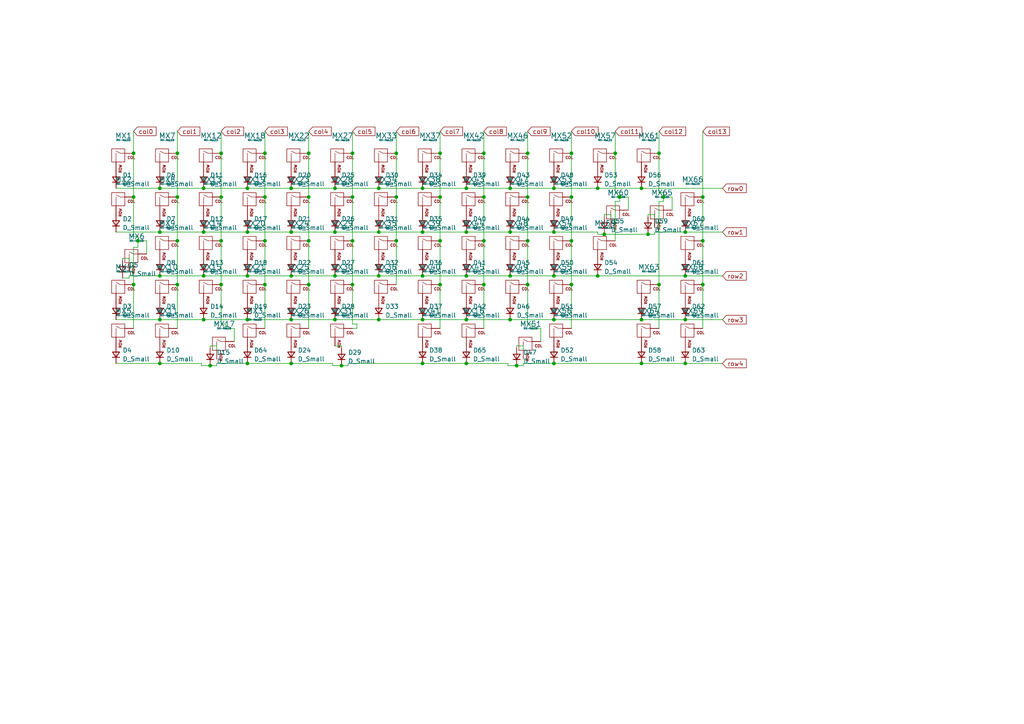
<source format=kicad_sch>
(kicad_sch (version 20230221) (generator eeschema)
  (paper "A4")
  (junction (at 147.955 67.31))
  (junction (at 84.455 92.71))
  (junction (at 122.555 92.71))
  (junction (at 60.96 106.045))
  (junction (at 71.755 92.71))
  (junction (at 59.055 67.31))
  (junction (at 153.035 69.85))
  (junction (at 122.555 80.01))
  (junction (at 51.435 57.15))
  (junction (at 46.355 80.01))
  (junction (at 109.855 67.31))
  (junction (at 114.935 57.15))
  (junction (at 59.055 54.61))
  (junction (at 51.435 44.45))
  (junction (at 198.755 105.41))
  (junction (at 198.755 92.71))
  (junction (at 76.835 82.55))
  (junction (at 102.235 57.15))
  (junction (at 186.055 105.41))
  (junction (at 71.755 105.41))
  (junction (at 203.835 82.55))
  (junction (at 187.96 67.945))
  (junction (at 84.455 67.31))
  (junction (at 46.355 92.71))
  (junction (at 147.955 92.71))
  (junction (at 140.335 82.55))
  (junction (at 135.255 80.01))
  (junction (at 186.055 92.71))
  (junction (at 84.455 105.41))
  (junction (at 84.455 54.61))
  (junction (at 40.005 69.85))
  (junction (at 46.355 105.41))
  (junction (at 89.535 57.15))
  (junction (at 147.955 54.61))
  (junction (at 178.435 44.45))
  (junction (at 38.735 82.55))
  (junction (at 38.735 44.45))
  (junction (at 51.435 69.85))
  (junction (at 109.855 80.01))
  (junction (at 153.035 44.45))
  (junction (at 153.035 82.55))
  (junction (at 175.26 67.945))
  (junction (at 165.735 57.15))
  (junction (at 198.755 67.31))
  (junction (at 165.735 69.85))
  (junction (at 64.135 44.45))
  (junction (at 191.135 44.45))
  (junction (at 127.635 44.45))
  (junction (at 186.055 54.61))
  (junction (at 203.835 69.85))
  (junction (at 122.555 105.41))
  (junction (at 114.935 69.85))
  (junction (at 203.835 57.15))
  (junction (at 76.835 44.45))
  (junction (at 102.235 44.45))
  (junction (at 160.655 105.41))
  (junction (at 173.355 80.01))
  (junction (at 153.035 57.15))
  (junction (at 198.755 80.01))
  (junction (at 160.655 92.71))
  (junction (at 122.555 67.31))
  (junction (at 109.855 92.71))
  (junction (at 135.255 92.71))
  (junction (at 173.355 54.61))
  (junction (at 135.255 67.31))
  (junction (at 165.735 44.45))
  (junction (at 64.135 57.15))
  (junction (at 84.455 80.01))
  (junction (at 89.535 44.45))
  (junction (at 140.335 57.15))
  (junction (at 51.435 82.55))
  (junction (at 192.405 57.15))
  (junction (at 64.135 69.85))
  (junction (at 149.86 106.045))
  (junction (at 127.635 57.15))
  (junction (at 59.055 80.01))
  (junction (at 191.135 82.55))
  (junction (at 179.705 57.15))
  (junction (at 76.835 69.85))
  (junction (at 140.335 44.45))
  (junction (at 97.155 54.61))
  (junction (at 71.755 54.61))
  (junction (at 165.735 82.55))
  (junction (at 102.235 82.55))
  (junction (at 160.655 67.31))
  (junction (at 140.335 69.85))
  (junction (at 147.955 80.01))
  (junction (at 38.735 57.15))
  (junction (at 89.535 69.85))
  (junction (at 64.135 82.55))
  (junction (at 97.155 67.31))
  (junction (at 97.155 80.01))
  (junction (at 114.935 44.45))
  (junction (at 135.255 54.61))
  (junction (at 127.635 69.85))
  (junction (at 127.635 82.55))
  (junction (at 59.055 92.71))
  (junction (at 46.355 54.61))
  (junction (at 122.555 54.61))
  (junction (at 89.535 82.55))
  (junction (at 102.235 69.85))
  (junction (at 76.835 57.15))
  (junction (at 99.06 106.045))
  (junction (at 46.355 67.31))
  (junction (at 71.755 67.31))
  (junction (at 135.255 105.41))
  (junction (at 109.855 54.61))
  (junction (at 97.155 92.71))
  (junction (at 160.655 80.01))
  (junction (at 160.655 54.61))
  (junction (at 71.755 80.01))
  (wire (pts (xy 175.26 67.945) (xy 187.96 67.945)))
  (wire (pts (xy 147.32 105.41) (xy 135.255 105.41)))
  (wire (pts (xy 40.005 69.85) (xy 40.005 68.58)))
  (wire (pts (xy 160.655 105.41) (xy 151.765 105.41)))
  (wire (pts (xy 38.735 82.55) (xy 38.735 95.25)))
  (wire (pts (xy 149.86 100.33) (xy 149.86 100.965)))
  (wire (pts (xy 189.865 66.04) (xy 189.865 62.23)))
  (wire (pts (xy 192.405 57.15) (xy 192.405 55.88)))
  (wire (pts (xy 64.135 93.98) (xy 64.135 82.55)))
  (wire (pts (xy 84.455 80.01) (xy 97.155 80.01)))
  (wire (pts (xy 97.155 54.61) (xy 109.855 54.61)))
  (wire (pts (xy 135.255 67.31) (xy 147.955 67.31)))
  (wire (pts (xy 46.355 80.01) (xy 37.465 80.01)))
  (wire (pts (xy 71.755 92.71) (xy 84.455 92.71)))
  (wire (pts (xy 76.835 82.55) (xy 76.835 95.25)))
  (wire (pts (xy 165.735 38.1) (xy 165.735 44.45)))
  (wire (pts (xy 97.155 92.71) (xy 109.855 92.71)))
  (wire (pts (xy 38.735 44.45) (xy 38.735 57.15)))
  (wire (pts (xy 109.855 80.01) (xy 122.555 80.01)))
  (wire (pts (xy 165.735 57.15) (xy 165.735 69.85)))
  (wire (pts (xy 96.52 106.045) (xy 96.52 105.41)))
  (wire (pts (xy 51.435 38.1) (xy 51.435 44.45)))
  (wire (pts (xy 127.635 44.45) (xy 127.635 57.15)))
  (wire (pts (xy 62.865 106.045) (xy 60.96 106.045)))
  (wire (pts (xy 191.135 38.1) (xy 191.135 44.45)))
  (wire (pts (xy 178.435 58.42) (xy 178.435 69.85)))
  (wire (pts (xy 62.865 104.14) (xy 62.865 100.33)))
  (wire (pts (xy 51.435 44.45) (xy 51.435 57.15)))
  (wire (pts (xy 153.035 44.45) (xy 153.035 57.15)))
  (wire (pts (xy 97.155 80.01) (xy 109.855 80.01)))
  (wire (pts (xy 151.765 104.14) (xy 151.765 100.33)))
  (wire (pts (xy 135.255 54.61) (xy 147.955 54.61)))
  (wire (pts (xy 100.965 105.41) (xy 100.965 106.045)))
  (wire (pts (xy 192.405 58.42) (xy 192.405 57.15)))
  (wire (pts (xy 37.465 80.645) (xy 35.56 80.645)))
  (wire (pts (xy 140.335 69.85) (xy 140.335 82.55)))
  (wire (pts (xy 191.135 44.45) (xy 191.135 55.88)))
  (wire (pts (xy 33.655 67.31) (xy 46.355 67.31)))
  (wire (pts (xy 114.935 44.45) (xy 114.935 57.15)))
  (wire (pts (xy 182.245 57.15) (xy 179.705 57.15)))
  (wire (pts (xy 192.405 55.88) (xy 191.135 55.88)))
  (wire (pts (xy 189.865 67.31) (xy 189.865 67.945)))
  (wire (pts (xy 203.835 69.85) (xy 203.835 82.55)))
  (wire (pts (xy 76.835 57.15) (xy 76.835 69.85)))
  (wire (pts (xy 122.555 92.71) (xy 135.255 92.71)))
  (wire (pts (xy 127.635 82.55) (xy 127.635 95.25)))
  (wire (pts (xy 33.655 92.71) (xy 46.355 92.71)))
  (wire (pts (xy 147.955 54.61) (xy 160.655 54.61)))
  (wire (pts (xy 191.135 82.55) (xy 191.135 58.42)))
  (wire (pts (xy 71.755 80.01) (xy 84.455 80.01)))
  (wire (pts (xy 147.955 67.31) (xy 160.655 67.31)))
  (wire (pts (xy 58.42 105.41) (xy 46.355 105.41)))
  (wire (pts (xy 109.855 67.31) (xy 122.555 67.31)))
  (wire (pts (xy 71.755 54.61) (xy 84.455 54.61)))
  (wire (pts (xy 140.335 57.15) (xy 140.335 69.85)))
  (wire (pts (xy 122.555 105.41) (xy 100.965 105.41)))
  (wire (pts (xy 156.845 95.25) (xy 154.305 95.25)))
  (wire (pts (xy 89.535 44.45) (xy 89.535 57.15)))
  (wire (pts (xy 38.735 38.1) (xy 38.735 44.45)))
  (wire (pts (xy 46.355 67.31) (xy 59.055 67.31)))
  (wire (pts (xy 65.405 93.98) (xy 64.135 93.98)))
  (wire (pts (xy 59.055 67.31) (xy 71.755 67.31)))
  (wire (pts (xy 140.335 38.1) (xy 140.335 44.45)))
  (wire (pts (xy 186.055 105.41) (xy 198.755 105.41)))
  (wire (pts (xy 151.765 105.41) (xy 151.765 106.045)))
  (wire (pts (xy 178.435 44.45) (xy 178.435 55.88)))
  (wire (pts (xy 59.055 92.71) (xy 71.755 92.71)))
  (wire (pts (xy 147.32 106.045) (xy 147.32 105.41)))
  (wire (pts (xy 189.865 62.23) (xy 187.96 62.23)))
  (wire (pts (xy 40.005 68.58) (xy 38.735 68.58)))
  (wire (pts (xy 51.435 69.85) (xy 51.435 82.55)))
  (wire (pts (xy 179.705 55.88) (xy 179.705 57.15)))
  (wire (pts (xy 71.755 105.41) (xy 62.865 105.41)))
  (wire (pts (xy 51.435 82.55) (xy 51.435 95.25)))
  (wire (pts (xy 154.305 93.98) (xy 154.305 95.25)))
  (wire (pts (xy 178.435 38.1) (xy 178.435 44.45)))
  (wire (pts (xy 135.255 80.01) (xy 147.955 80.01)))
  (wire (pts (xy 42.545 69.85) (xy 40.005 69.85)))
  (wire (pts (xy 35.56 74.93) (xy 35.56 75.565)))
  (wire (pts (xy 149.86 100.33) (xy 151.765 100.33)))
  (wire (pts (xy 114.935 69.85) (xy 114.935 82.55)))
  (wire (pts (xy 40.005 71.755) (xy 40.005 69.85)))
  (wire (pts (xy 114.935 38.1) (xy 114.935 44.45)))
  (wire (pts (xy 173.355 80.01) (xy 198.755 80.01)))
  (wire (pts (xy 60.96 100.33) (xy 60.96 100.965)))
  (wire (pts (xy 160.655 92.71) (xy 186.055 92.71)))
  (wire (pts (xy 177.165 66.04) (xy 177.165 62.23)))
  (wire (pts (xy 198.755 105.41) (xy 209.55 105.41)))
  (wire (pts (xy 109.855 54.61) (xy 122.555 54.61)))
  (wire (pts (xy 97.155 67.31) (xy 109.855 67.31)))
  (wire (pts (xy 165.735 69.85) (xy 165.735 82.55)))
  (wire (pts (xy 42.545 73.66) (xy 42.545 69.85)))
  (wire (pts (xy 37.465 78.74) (xy 37.465 74.93)))
  (wire (pts (xy 153.035 38.1) (xy 153.035 44.45)))
  (wire (pts (xy 192.405 57.15) (xy 194.945 57.15)))
  (wire (pts (xy 179.705 58.42) (xy 178.435 58.42)))
  (wire (pts (xy 76.835 38.1) (xy 76.835 44.45)))
  (wire (pts (xy 122.555 80.01) (xy 135.255 80.01)))
  (wire (pts (xy 96.52 105.41) (xy 84.455 105.41)))
  (wire (pts (xy 102.235 93.98) (xy 102.235 82.55)))
  (wire (pts (xy 165.735 82.55) (xy 165.735 95.25)))
  (wire (pts (xy 64.135 44.45) (xy 64.135 57.15)))
  (wire (pts (xy 46.355 105.41) (xy 33.655 105.41)))
  (wire (pts (xy 67.945 95.25) (xy 65.405 95.25)))
  (wire (pts (xy 60.96 106.045) (xy 58.42 106.045)))
  (wire (pts (xy 103.505 95.25) (xy 102.235 95.25)))
  (wire (pts (xy 103.505 93.98) (xy 102.235 93.98)))
  (wire (pts (xy 186.055 54.61) (xy 209.55 54.61)))
  (wire (pts (xy 175.26 67.945) (xy 173.355 67.945)))
  (wire (pts (xy 140.335 82.55) (xy 140.335 95.25)))
  (wire (pts (xy 76.835 44.45) (xy 76.835 57.15)))
  (wire (pts (xy 179.705 57.15) (xy 179.705 58.42)))
  (wire (pts (xy 46.355 92.71) (xy 59.055 92.71)))
  (wire (pts (xy 165.735 44.45) (xy 165.735 57.15)))
  (wire (pts (xy 203.835 38.1) (xy 203.835 57.15)))
  (wire (pts (xy 38.735 71.755) (xy 40.005 71.755)))
  (wire (pts (xy 64.135 38.1) (xy 64.135 44.45)))
  (wire (pts (xy 37.465 74.93) (xy 35.56 74.93)))
  (wire (pts (xy 156.845 99.06) (xy 156.845 95.25)))
  (wire (pts (xy 89.535 57.15) (xy 89.535 69.85)))
  (wire (pts (xy 127.635 38.1) (xy 127.635 44.45)))
  (wire (pts (xy 89.535 38.1) (xy 89.535 44.45)))
  (wire (pts (xy 38.735 68.58) (xy 38.735 57.15)))
  (wire (pts (xy 51.435 57.15) (xy 51.435 69.85)))
  (wire (pts (xy 127.635 69.85) (xy 127.635 82.55)))
  (wire (pts (xy 59.055 80.01) (xy 71.755 80.01)))
  (wire (pts (xy 135.255 105.41) (xy 122.555 105.41)))
  (wire (pts (xy 140.335 44.45) (xy 140.335 57.15)))
  (wire (pts (xy 114.935 57.15) (xy 114.935 69.85)))
  (wire (pts (xy 76.835 69.85) (xy 76.835 82.55)))
  (wire (pts (xy 198.755 67.31) (xy 189.865 67.31)))
  (wire (pts (xy 160.655 67.31) (xy 173.355 67.31)))
  (wire (pts (xy 189.865 67.945) (xy 187.96 67.945)))
  (wire (pts (xy 89.535 69.85) (xy 89.535 82.55)))
  (wire (pts (xy 84.455 92.71) (xy 97.155 92.71)))
  (wire (pts (xy 102.235 38.1) (xy 102.235 44.45)))
  (wire (pts (xy 100.965 106.045) (xy 99.06 106.045)))
  (wire (pts (xy 102.235 69.85) (xy 102.235 82.55)))
  (wire (pts (xy 102.235 57.15) (xy 102.235 69.85)))
  (wire (pts (xy 102.235 44.45) (xy 102.235 57.15)))
  (wire (pts (xy 173.355 54.61) (xy 186.055 54.61)))
  (wire (pts (xy 38.735 82.55) (xy 38.735 71.755)))
  (wire (pts (xy 149.86 106.045) (xy 147.32 106.045)))
  (wire (pts (xy 187.96 62.23) (xy 187.96 62.865)))
  (wire (pts (xy 182.245 60.96) (xy 182.245 57.15)))
  (wire (pts (xy 160.655 54.61) (xy 173.355 54.61)))
  (wire (pts (xy 160.655 80.01) (xy 173.355 80.01)))
  (wire (pts (xy 64.135 69.85) (xy 64.135 82.55)))
  (wire (pts (xy 64.135 57.15) (xy 64.135 69.85)))
  (wire (pts (xy 109.855 92.71) (xy 122.555 92.71)))
  (wire (pts (xy 191.135 58.42) (xy 192.405 58.42)))
  (wire (pts (xy 59.055 54.61) (xy 71.755 54.61)))
  (wire (pts (xy 65.405 95.25) (xy 65.405 93.98)))
  (wire (pts (xy 147.955 92.71) (xy 160.655 92.71)))
  (wire (pts (xy 84.455 105.41) (xy 71.755 105.41)))
  (wire (pts (xy 99.06 100.33) (xy 97.155 100.33)))
  (wire (pts (xy 194.945 60.96) (xy 194.945 57.15)))
  (wire (pts (xy 37.465 80.01) (xy 37.465 80.645)))
  (wire (pts (xy 153.035 82.55) (xy 153.035 93.98)))
  (wire (pts (xy 203.835 57.15) (xy 203.835 69.85)))
  (wire (pts (xy 71.755 67.31) (xy 84.455 67.31)))
  (wire (pts (xy 151.765 106.045) (xy 149.86 106.045)))
  (wire (pts (xy 198.755 67.31) (xy 209.55 67.31)))
  (wire (pts (xy 122.555 54.61) (xy 135.255 54.61)))
  (wire (pts (xy 122.555 67.31) (xy 135.255 67.31)))
  (wire (pts (xy 89.535 82.55) (xy 89.535 95.25)))
  (wire (pts (xy 173.355 67.945) (xy 173.355 67.31)))
  (wire (pts (xy 103.505 95.25) (xy 103.505 93.98)))
  (wire (pts (xy 186.055 92.71) (xy 198.755 92.71)))
  (wire (pts (xy 175.26 62.23) (xy 175.26 62.865)))
  (wire (pts (xy 58.42 106.045) (xy 58.42 105.41)))
  (wire (pts (xy 198.755 92.71) (xy 209.55 92.71)))
  (wire (pts (xy 67.945 99.06) (xy 67.945 95.25)))
  (wire (pts (xy 84.455 67.31) (xy 97.155 67.31)))
  (wire (pts (xy 153.035 69.85) (xy 153.035 82.55)))
  (wire (pts (xy 178.435 55.88) (xy 179.705 55.88)))
  (wire (pts (xy 33.655 54.61) (xy 46.355 54.61)))
  (wire (pts (xy 203.835 82.55) (xy 203.835 95.25)))
  (wire (pts (xy 147.955 80.01) (xy 160.655 80.01)))
  (wire (pts (xy 62.865 100.33) (xy 60.96 100.33)))
  (wire (pts (xy 99.06 106.045) (xy 96.52 106.045)))
  (wire (pts (xy 84.455 54.61) (xy 97.155 54.61)))
  (wire (pts (xy 198.755 80.01) (xy 209.55 80.01)))
  (wire (pts (xy 127.635 57.15) (xy 127.635 69.85)))
  (wire (pts (xy 160.655 105.41) (xy 186.055 105.41)))
  (wire (pts (xy 62.865 105.41) (xy 62.865 106.045)))
  (wire (pts (xy 46.355 54.61) (xy 59.055 54.61)))
  (wire (pts (xy 153.035 93.98) (xy 154.305 93.98)))
  (wire (pts (xy 135.255 92.71) (xy 147.955 92.71)))
  (wire (pts (xy 46.355 80.01) (xy 59.055 80.01)))
  (wire (pts (xy 191.135 82.55) (xy 191.135 95.25)))
  (wire (pts (xy 99.06 100.33) (xy 99.06 100.965)))
  (wire (pts (xy 177.165 62.23) (xy 175.26 62.23)))
  (wire (pts (xy 153.035 57.15) (xy 153.035 69.85)))
  (global_label "col11" (shape input) (at 178.435 38.1 0) (property "Intersheetrefs" "${INTERSHEET_REFS}" (effects hide)))
  (global_label "col8" (shape input) (at 140.335 38.1 0) (property "Intersheetrefs" "${INTERSHEET_REFS}" (effects hide)))
  (global_label "col10" (shape input) (at 165.735 38.1 0) (property "Intersheetrefs" "${INTERSHEET_REFS}" (effects hide)))
  (global_label "col1" (shape input) (at 51.435 38.1 0) (property "Intersheetrefs" "${INTERSHEET_REFS}" (effects hide)))
  (global_label "col7" (shape input) (at 127.635 38.1 0) (property "Intersheetrefs" "${INTERSHEET_REFS}" (effects hide)))
  (global_label "col13" (shape input) (at 203.835 38.1 0) (property "Intersheetrefs" "${INTERSHEET_REFS}" (effects hide)))
  (global_label "row2" (shape input) (at 209.55 80.01 0) (property "Intersheetrefs" "${INTERSHEET_REFS}" (effects hide)))
  (global_label "col6" (shape input) (at 114.935 38.1 0) (property "Intersheetrefs" "${INTERSHEET_REFS}" (effects hide)))
  (global_label "col5" (shape input) (at 102.235 38.1 0) (property "Intersheetrefs" "${INTERSHEET_REFS}" (effects hide)))
  (global_label "row4" (shape input) (at 209.55 105.41 0) (property "Intersheetrefs" "${INTERSHEET_REFS}" (effects hide)))
  (global_label "col9" (shape input) (at 153.035 38.1 0) (property "Intersheetrefs" "${INTERSHEET_REFS}" (effects hide)))
  (global_label "col12" (shape input) (at 191.135 38.1 0) (property "Intersheetrefs" "${INTERSHEET_REFS}" (effects hide)))
  (global_label "col4" (shape input) (at 89.535 38.1 0) (property "Intersheetrefs" "${INTERSHEET_REFS}" (effects hide)))
  (global_label "row0" (shape input) (at 209.55 54.61 0) (property "Intersheetrefs" "${INTERSHEET_REFS}" (effects hide)))
  (global_label "col3" (shape input) (at 76.835 38.1 0) (property "Intersheetrefs" "${INTERSHEET_REFS}" (effects hide)))
  (global_label "col0" (shape input) (at 38.735 38.1 0) (property "Intersheetrefs" "${INTERSHEET_REFS}" (effects hide)))
  (global_label "row1" (shape input) (at 209.55 67.31 0) (property "Intersheetrefs" "${INTERSHEET_REFS}" (effects hide)))
  (global_label "row3" (shape input) (at 209.55 92.71 0) (property "Intersheetrefs" "${INTERSHEET_REFS}" (effects hide)))
  (global_label "col2" (shape input) (at 64.135 38.1 0) (property "Intersheetrefs" "${INTERSHEET_REFS}" (effects hide)))
  (symbol (lib_id "cipulot_parts:MX-NoLED") (at 98.425 45.72 0) (unit 1)
    (property "Reference" "MX27" (at 99.3106 39.37 0) (effects (font (size 1.524 1.524))))
    (property "Value" "MX-NoLED" (at 99.3106 40.64 0) (effects (font (size 0.508 0.508))))
    (property "Footprint" "marbastlib-mx:SW_MX_HS_1u" (effects hide))
  )
  (symbol (lib_id "cipulot_parts:MX-NoLED") (at 149.225 83.82 0) (unit 1)
    (property "Reference" "MX49" (at 150.1106 77.47 0) (effects (font (size 1.524 1.524))))
    (property "Value" "MX-NoLED" (at 150.1106 78.74 0) (effects (font (size 0.508 0.508))))
    (property "Footprint" "marbastlib-mx:SW_MX_HS_1u" (effects hide))
  )
  (symbol (lib_id "Device:D_Small") (at 97.155 52.07 90) (unit 1)
    (property "Reference" "D25" (at 99.06 50.7999 90) (effects (justify right)))
    (property "Value" "D_Small" (at 99.06 53.3399 90) (effects (justify right)))
    (property "Footprint" "Diode_SMD:D_SOD-123" (effects hide))
  )
  (symbol (lib_id "Device:D_Small") (at 33.655 64.77 90) (unit 1)
    (property "Reference" "D2" (at 35.56 63.4999 90) (effects (justify right)))
    (property "Value" "D_Small" (at 35.56 66.0399 90) (effects (justify right)))
    (property "Footprint" "Diode_SMD:D_SOD-123" (effects hide))
  )
  (symbol (lib_id "cipulot_parts:MX-NoLED") (at 85.725 45.72 0) (unit 1)
    (property "Reference" "MX22" (at 86.6106 39.37 0) (effects (font (size 1.524 1.524))))
    (property "Value" "MX-NoLED" (at 86.6106 40.64 0) (effects (font (size 0.508 0.508))))
    (property "Footprint" "marbastlib-mx:SW_MX_HS_1u" (effects hide))
  )
  (symbol (lib_id "Device:D_Small") (at 147.955 77.47 90) (unit 1)
    (property "Reference" "D45" (at 149.86 76.1999 90) (effects (justify right)))
    (property "Value" "D_Small" (at 149.86 78.7399 90) (effects (justify right)))
    (property "Footprint" "Diode_SMD:D_SOD-123" (effects hide))
  )
  (symbol (lib_id "cipulot_parts:MX-NoLED") (at 161.925 96.52 0) (unit 1)
    (property "Reference" "MX56" (at 162.8106 90.17 0) (effects (font (size 1.524 1.524))))
    (property "Value" "MX-NoLED" (at 162.8106 91.44 0) (effects (font (size 0.508 0.508))))
    (property "Footprint" "marbastlib-mx:SW_MX_HS_1u" (effects hide))
  )
  (symbol (lib_id "Device:D_Small") (at 135.255 90.17 90) (unit 1)
    (property "Reference" "D42" (at 137.16 88.8999 90) (effects (justify right)))
    (property "Value" "D_Small" (at 137.16 91.4399 90) (effects (justify right)))
    (property "Footprint" "Diode_SMD:D_SOD-123" (effects hide))
  )
  (symbol (lib_id "cipulot_parts:MX-NoLED") (at 200.025 58.42 0) (unit 1)
    (property "Reference" "MX66" (at 200.9106 52.07 0) (effects (font (size 1.524 1.524))))
    (property "Value" "MX-NoLED" (at 200.9106 53.34 0) (effects (font (size 0.508 0.508))))
    (property "Footprint" "marbastlib-mx:SW_MX_HS_1u" (effects hide))
  )
  (symbol (lib_id "Device:D_Small") (at 122.555 64.77 90) (unit 1)
    (property "Reference" "D35" (at 124.46 63.4999 90) (effects (justify right)))
    (property "Value" "D_Small" (at 124.46 66.0399 90) (effects (justify right)))
    (property "Footprint" "Diode_SMD:D_SOD-123" (effects hide))
  )
  (symbol (lib_id "cipulot_parts:MX-NoLED") (at 60.325 45.72 0) (unit 1)
    (property "Reference" "MX12" (at 61.2106 39.37 0) (effects (font (size 1.524 1.524))))
    (property "Value" "MX-NoLED" (at 61.2106 40.64 0) (effects (font (size 0.508 0.508))))
    (property "Footprint" "marbastlib-mx:SW_MX_HS_1u" (effects hide))
  )
  (symbol (lib_id "cipulot_parts:MX-NoLED") (at 85.725 58.42 0) (unit 1)
    (property "Reference" "MX23" (at 86.6106 52.07 0) (effects (font (size 1.524 1.524))))
    (property "Value" "MX-NoLED" (at 86.6106 53.34 0) (effects (font (size 0.508 0.508))))
    (property "Footprint" "marbastlib-mx:SW_MX_HS_1u" (effects hide))
  )
  (symbol (lib_id "Device:D_Small") (at 135.255 77.47 90) (unit 1)
    (property "Reference" "D41" (at 137.16 76.1999 90) (effects (justify right)))
    (property "Value" "D_Small" (at 137.16 78.7399 90) (effects (justify right)))
    (property "Footprint" "Diode_SMD:D_SOD-123" (effects hide))
  )
  (symbol (lib_id "Device:D_Small") (at 97.155 64.77 90) (unit 1)
    (property "Reference" "D26" (at 99.06 63.4999 90) (effects (justify right)))
    (property "Value" "D_Small" (at 99.06 66.0399 90) (effects (justify right)))
    (property "Footprint" "Diode_SMD:D_SOD-123" (effects hide))
  )
  (symbol (lib_id "Device:D_Small") (at 59.055 90.17 90) (unit 1)
    (property "Reference" "D14" (at 60.96 88.8999 90) (effects (justify right)))
    (property "Value" "D_Small" (at 60.96 91.4399 90) (effects (justify right)))
    (property "Footprint" "Diode_SMD:D_SOD-123" (effects hide))
  )
  (symbol (lib_name "MX-NoLED_4") (lib_id "cipulot_parts:MX-NoLED") (at 178.435 62.23 0) (unit 1)
    (property "Reference" "MX60" (at 179.3206 55.88 0) (effects (font (size 1.524 1.524))))
    (property "Value" "MX-NoLED" (at 179.3206 57.15 0) (effects (font (size 0.508 0.508))))
    (property "Footprint" "marbastlib-mx:SW_MX_HS_1.5u" (effects hide))
  )
  (symbol (lib_id "cipulot_parts:MX-NoLED") (at 98.425 58.42 0) (unit 1)
    (property "Reference" "MX28" (at 99.3106 52.07 0) (effects (font (size 1.524 1.524))))
    (property "Value" "MX-NoLED" (at 99.3106 53.34 0) (effects (font (size 0.508 0.508))))
    (property "Footprint" "marbastlib-mx:SW_MX_HS_1u" (effects hide))
  )
  (symbol (lib_id "Device:D_Small") (at 175.26 65.405 90) (unit 1)
    (property "Reference" "D55" (at 177.165 64.1349 90) (effects (justify right)))
    (property "Value" "D_Small" (at 177.165 66.6749 90) (effects (justify right)))
    (property "Footprint" "Diode_SMD:D_SOD-123" (effects hide))
  )
  (symbol (lib_id "cipulot_parts:MX-NoLED") (at 187.325 45.72 0) (unit 1)
    (property "Reference" "MX61" (at 188.2106 39.37 0) (effects (font (size 1.524 1.524))))
    (property "Value" "MX-NoLED" (at 188.2106 40.64 0) (effects (font (size 0.508 0.508))))
    (property "Footprint" "marbastlib-mx:SW_MX_HS_1u" (effects hide))
  )
  (symbol (lib_id "Device:D_Small") (at 46.355 90.17 90) (unit 1)
    (property "Reference" "D9" (at 48.26 88.8999 90) (effects (justify right)))
    (property "Value" "D_Small" (at 48.26 91.4399 90) (effects (justify right)))
    (property "Footprint" "Diode_SMD:D_SOD-123" (effects hide))
  )
  (symbol (lib_name "MX-NoLED_5") (lib_id "cipulot_parts:MX-NoLED") (at 191.135 62.23 0) (unit 1)
    (property "Reference" "MX65" (at 192.0206 55.88 0) (effects (font (size 1.524 1.524))))
    (property "Value" "MX-NoLED" (at 192.0206 57.15 0) (effects (font (size 0.508 0.508))))
    (property "Footprint" "marbastlib-mx:SW_MX_HS_1u" (effects hide))
  )
  (symbol (lib_id "cipulot_parts:MX-NoLED") (at 60.325 83.82 0) (unit 1)
    (property "Reference" "MX15" (at 61.2106 77.47 0) (effects (font (size 1.524 1.524))))
    (property "Value" "MX-NoLED" (at 61.2106 78.74 0) (effects (font (size 0.508 0.508))))
    (property "Footprint" "marbastlib-mx:SW_MX_HS_1u" (effects hide))
  )
  (symbol (lib_id "cipulot_parts:MX-NoLED") (at 111.125 71.12 0) (unit 1)
    (property "Reference" "MX35" (at 112.0106 64.77 0) (effects (font (size 1.524 1.524))))
    (property "Value" "MX-NoLED" (at 112.0106 66.04 0) (effects (font (size 0.508 0.508))))
    (property "Footprint" "marbastlib-mx:SW_MX_HS_1u" (effects hide))
  )
  (symbol (lib_id "Device:D_Small") (at 46.355 77.47 90) (unit 1)
    (property "Reference" "D8" (at 48.26 76.1999 90) (effects (justify right)))
    (property "Value" "D_Small" (at 48.26 78.7399 90) (effects (justify right)))
    (property "Footprint" "Diode_SMD:D_SOD-123" (effects hide))
  )
  (symbol (lib_id "cipulot_parts:MX-NoLED") (at 200.025 71.12 0) (unit 1)
    (property "Reference" "MX67" (at 200.9106 64.77 0) (effects (font (size 1.524 1.524))))
    (property "Value" "MX-NoLED" (at 200.9106 66.04 0) (effects (font (size 0.508 0.508))))
    (property "Footprint" "marbastlib-mx:SW_MX_HS_1u" (effects hide))
  )
  (symbol (lib_id "Device:D_Small") (at 71.755 77.47 90) (unit 1)
    (property "Reference" "D18" (at 73.66 76.1999 90) (effects (justify right)))
    (property "Value" "D_Small" (at 73.66 78.7399 90) (effects (justify right)))
    (property "Footprint" "Diode_SMD:D_SOD-123" (effects hide))
  )
  (symbol (lib_id "cipulot_parts:MX-NoLED") (at 34.925 45.72 0) (unit 1)
    (property "Reference" "MX1" (at 35.8106 39.37 0) (effects (font (size 1.524 1.524))))
    (property "Value" "MX-NoLED" (at 35.8106 40.64 0) (effects (font (size 0.508 0.508))))
    (property "Footprint" "marbastlib-mx:SW_MX_HS_1u" (effects hide))
  )
  (symbol (lib_id "cipulot_parts:MX-NoLED") (at 123.825 96.52 0) (unit 1)
    (property "Reference" "MX41" (at 124.7106 90.17 0) (effects (font (size 1.524 1.524))))
    (property "Value" "MX-NoLED" (at 124.7106 91.44 0) (effects (font (size 0.508 0.508))))
    (property "Footprint" "cipulot_parts:MXOnly-2.75U-Hotswap-ReversedStabilizers" (effects hide))
  )
  (symbol (lib_id "Device:D_Small") (at 109.855 52.07 90) (unit 1)
    (property "Reference" "D30" (at 111.76 50.7999 90) (effects (justify right)))
    (property "Value" "D_Small" (at 111.76 53.3399 90) (effects (justify right)))
    (property "Footprint" "Diode_SMD:D_SOD-123" (effects hide))
  )
  (symbol (lib_id "cipulot_parts:MX-NoLED") (at 73.025 96.52 0) (unit 1)
    (property "Reference" "MX3" (at 73.9082 90.17 0) (effects (font (size 1.524 1.524))))
    (property "Value" "MX-NoLED" (at 73.9082 92.71 0) (effects (font (size 0.508 0.508))))
    (property "Footprint" "marbastlib-mx:SW_MX_HS_1u" (effects hide))
  )
  (symbol (lib_name "MX-NoLED_2") (lib_id "cipulot_parts:MX-NoLED") (at 64.135 100.33 0) (unit 1)
    (property "Reference" "MX17" (at 65.0206 93.98 0) (effects (font (size 1.524 1.524))))
    (property "Value" "MX-NoLED" (at 65.0206 95.25 0) (effects (font (size 0.508 0.508))))
    (property "Footprint" "marbastlib-mx:SW_MX_HS_1.25u" (effects hide))
  )
  (symbol (lib_id "Device:D_Small") (at 84.455 52.07 90) (unit 1)
    (property "Reference" "D20" (at 86.36 50.7999 90) (effects (justify right)))
    (property "Value" "D_Small" (at 86.36 53.3399 90) (effects (justify right)))
    (property "Footprint" "Diode_SMD:D_SOD-123" (effects hide))
  )
  (symbol (lib_id "Device:D_Small") (at 109.855 77.47 90) (unit 1)
    (property "Reference" "D32" (at 111.76 76.1999 90) (effects (justify right)))
    (property "Value" "D_Small" (at 111.76 78.7399 90) (effects (justify right)))
    (property "Footprint" "Diode_SMD:D_SOD-123" (effects hide))
  )
  (symbol (lib_id "cipulot_parts:MX-NoLED") (at 187.325 96.52 0) (unit 1)
    (property "Reference" "MX64" (at 188.2106 90.17 0) (effects (font (size 1.524 1.524))))
    (property "Value" "MX-NoLED" (at 188.2106 91.44 0) (effects (font (size 0.508 0.508))))
    (property "Footprint" "marbastlib-mx:SW_MX_HS_1.25u" (effects hide))
  )
  (symbol (lib_id "Device:D_Small") (at 71.755 102.87 90) (unit 1)
    (property "Reference" "D64" (at 73.66 101.5999 90) (effects (justify right)))
    (property "Value" "D_Small" (at 73.66 104.1399 90) (effects (justify right)))
    (property "Footprint" "Diode_SMD:D_SOD-123" (effects hide))
    (instances (project "Hotswap" (path "" (reference "D64") (unit 1))) (project "Serendipity-rp2040" (path "" (reference "D15") (unit 1))))
  )
  (symbol (lib_id "Device:D_Small") (at 46.355 64.77 90) (unit 1)
    (property "Reference" "D7" (at 48.26 63.4999 90) (effects (justify right)))
    (property "Value" "D_Small" (at 48.26 66.0399 90) (effects (justify right)))
    (property "Footprint" "Diode_SMD:D_SOD-123" (effects hide))
  )
  (symbol (lib_id "cipulot_parts:MX-NoLED") (at 34.925 58.42 0) (unit 1)
    (property "Reference" "MX2" (at 35.8106 52.07 0) (effects (font (size 1.524 1.524))))
    (property "Value" "MX-NoLED" (at 35.8106 53.34 0) (effects (font (size 0.508 0.508))))
    (property "Footprint" "marbastlib-mx:SW_MX_HS_1.5u" (effects hide))
  )
  (symbol (lib_id "cipulot_parts:MX-NoLED") (at 149.225 71.12 0) (unit 1)
    (property "Reference" "MX48" (at 150.1106 64.77 0) (effects (font (size 1.524 1.524))))
    (property "Value" "MX-NoLED" (at 150.1106 66.04 0) (effects (font (size 0.508 0.508))))
    (property "Footprint" "marbastlib-mx:SW_MX_HS_1u" (effects hide))
  )
  (symbol (lib_id "cipulot_parts:MX-NoLED") (at 111.125 45.72 0) (unit 1)
    (property "Reference" "MX33" (at 112.0106 39.37 0) (effects (font (size 1.524 1.524))))
    (property "Value" "MX-NoLED" (at 112.0106 40.64 0) (effects (font (size 0.508 0.508))))
    (property "Footprint" "marbastlib-mx:SW_MX_HS_1u" (effects hide))
  )
  (symbol (lib_id "cipulot_parts:MX-NoLED") (at 123.825 83.82 0) (unit 1)
    (property "Reference" "MX40" (at 124.7106 77.47 0) (effects (font (size 1.524 1.524))))
    (property "Value" "MX-NoLED" (at 124.7106 78.74 0) (effects (font (size 0.508 0.508))))
    (property "Footprint" "marbastlib-mx:SW_MX_HS_1u" (effects hide))
  )
  (symbol (lib_id "Device:D_Small") (at 198.755 64.77 90) (unit 1)
    (property "Reference" "D60" (at 200.66 63.4999 90) (effects (justify right)))
    (property "Value" "D_Small" (at 200.66 66.0399 90) (effects (justify right)))
    (property "Footprint" "Diode_SMD:D_SOD-123" (effects hide))
  )
  (symbol (lib_id "Device:D_Small") (at 160.655 77.47 90) (unit 1)
    (property "Reference" "D50" (at 162.56 76.1999 90) (effects (justify right)))
    (property "Value" "D_Small" (at 162.56 78.7399 90) (effects (justify right)))
    (property "Footprint" "Diode_SMD:D_SOD-123" (effects hide))
  )
  (symbol (lib_id "Device:D_Small") (at 173.355 52.07 90) (unit 1)
    (property "Reference" "D53" (at 175.26 50.7999 90) (effects (justify right)))
    (property "Value" "D_Small" (at 175.26 53.3399 90) (effects (justify right)))
    (property "Footprint" "Diode_SMD:D_SOD-123" (effects hide))
  )
  (symbol (lib_id "Device:D_Small") (at 173.355 77.47 90) (unit 1)
    (property "Reference" "D54" (at 175.26 76.1999 90) (effects (justify right)))
    (property "Value" "D_Small" (at 175.26 78.7399 90) (effects (justify right)))
    (property "Footprint" "Diode_SMD:D_SOD-123" (effects hide))
  )
  (symbol (lib_id "Device:D_Small") (at 60.96 103.505 90) (unit 1)
    (property "Reference" "D15" (at 62.865 102.2349 90) (effects (justify right)))
    (property "Value" "D_Small" (at 62.865 104.7749 90) (effects (justify right)))
    (property "Footprint" "Diode_SMD:D_SOD-123" (effects hide))
  )
  (symbol (lib_id "Device:D_Small") (at 198.755 77.47 90) (unit 1)
    (property "Reference" "D61" (at 200.66 76.1999 90) (effects (justify right)))
    (property "Value" "D_Small" (at 200.66 78.7399 90) (effects (justify right)))
    (property "Footprint" "Diode_SMD:D_SOD-123" (effects hide))
  )
  (symbol (lib_id "cipulot_parts:MX-NoLED") (at 123.825 45.72 0) (unit 1)
    (property "Reference" "MX37" (at 124.7106 39.37 0) (effects (font (size 1.524 1.524))))
    (property "Value" "MX-NoLED" (at 124.7106 40.64 0) (effects (font (size 0.508 0.508))))
    (property "Footprint" "marbastlib-mx:SW_MX_HS_1u" (effects hide))
  )
  (symbol (lib_id "Device:D_Small") (at 149.86 103.505 90) (unit 1)
    (property "Reference" "D47" (at 151.765 102.2349 90) (effects (justify right)))
    (property "Value" "D_Small" (at 151.765 104.7749 90) (effects (justify right)))
    (property "Footprint" "Diode_SMD:D_SOD-123" (effects hide))
  )
  (symbol (lib_id "Device:D_Small") (at 186.055 52.07 90) (unit 1)
    (property "Reference" "D56" (at 187.96 50.7999 90) (effects (justify right)))
    (property "Value" "D_Small" (at 187.96 53.3399 90) (effects (justify right)))
    (property "Footprint" "Diode_SMD:D_SOD-123" (effects hide))
  )
  (symbol (lib_id "Device:D_Small") (at 160.655 64.77 90) (unit 1)
    (property "Reference" "D49" (at 162.56 63.4999 90) (effects (justify right)))
    (property "Value" "D_Small" (at 162.56 66.0399 90) (effects (justify right)))
    (property "Footprint" "Diode_SMD:D_SOD-123" (effects hide))
  )
  (symbol (lib_id "cipulot_parts:MX-NoLED") (at 34.925 83.82 0) (unit 1)
    (property "Reference" "MX4" (at 35.8106 77.47 0) (effects (font (size 1.524 1.524))))
    (property "Value" "MX-NoLED" (at 35.8106 78.74 0) (effects (font (size 0.508 0.508))))
    (property "Footprint" "cipulot_parts:MXOnly-2.25U-Hotswap-ReversedStabilizers" (effects hide))
  )
  (symbol (lib_id "Device:D_Small") (at 135.255 64.77 90) (unit 1)
    (property "Reference" "D40" (at 137.16 63.4999 90) (effects (justify right)))
    (property "Value" "D_Small" (at 137.16 66.0399 90) (effects (justify right)))
    (property "Footprint" "Diode_SMD:D_SOD-123" (effects hide))
  )
  (symbol (lib_id "Device:D_Small") (at 59.055 64.77 90) (unit 1)
    (property "Reference" "D12" (at 60.96 63.4999 90) (effects (justify right)))
    (property "Value" "D_Small" (at 60.96 66.0399 90) (effects (justify right)))
    (property "Footprint" "Diode_SMD:D_SOD-123" (effects hide))
  )
  (symbol (lib_id "Device:D_Small") (at 99.06 103.505 90) (unit 1)
    (property "Reference" "D29" (at 100.965 102.2349 90) (effects (justify right)))
    (property "Value" "D_Small" (at 100.965 104.7749 90) (effects (justify right)))
    (property "Footprint" "Diode_SMD:D_SOD-123" (effects hide))
  )
  (symbol (lib_id "Device:D_Small") (at 160.655 52.07 90) (unit 1)
    (property "Reference" "D48" (at 162.56 50.7999 90) (effects (justify right)))
    (property "Value" "D_Small" (at 162.56 53.3399 90) (effects (justify right)))
    (property "Footprint" "Diode_SMD:D_SOD-123" (effects hide))
  )
  (symbol (lib_id "Device:D_Small") (at 46.355 52.07 90) (unit 1)
    (property "Reference" "D6" (at 48.26 50.7999 90) (effects (justify right)))
    (property "Value" "D_Small" (at 48.26 53.3399 90) (effects (justify right)))
    (property "Footprint" "Diode_SMD:D_SOD-123" (effects hide))
  )
  (symbol (lib_id "cipulot_parts:MX-NoLED") (at 47.625 83.82 0) (unit 1)
    (property "Reference" "MX10" (at 48.5106 77.47 0) (effects (font (size 1.524 1.524))))
    (property "Value" "MX-NoLED" (at 48.5106 78.74 0) (effects (font (size 0.508 0.508))))
    (property "Footprint" "marbastlib-mx:SW_MX_HS_1u" (effects hide))
  )
  (symbol (lib_id "Device:D_Small") (at 97.155 77.47 90) (unit 1)
    (property "Reference" "D27" (at 99.06 76.1999 90) (effects (justify right)))
    (property "Value" "D_Small" (at 99.06 78.7399 90) (effects (justify right)))
    (property "Footprint" "Diode_SMD:D_SOD-123" (effects hide))
  )
  (symbol (lib_name "MX-NoLED_6") (lib_id "cipulot_parts:MX-NoLED") (at 153.035 100.33 0) (unit 1)
    (property "Reference" "MX51" (at 153.9206 93.98 0) (effects (font (size 1.524 1.524))))
    (property "Value" "MX-NoLED" (at 153.9206 95.25 0) (effects (font (size 0.508 0.508))))
    (property "Footprint" "marbastlib-mx:SW_MX_HS_1.25u" (effects hide))
  )
  (symbol (lib_id "Device:D_Small") (at 147.955 90.17 90) (unit 1)
    (property "Reference" "D46" (at 149.86 88.8999 90) (effects (justify right)))
    (property "Value" "D_Small" (at 149.86 91.4399 90) (effects (justify right)))
    (property "Footprint" "Diode_SMD:D_SOD-123" (effects hide))
  )
  (symbol (lib_id "Device:D_Small") (at 71.755 52.07 90) (unit 1)
    (property "Reference" "D16" (at 73.66 50.7999 90) (effects (justify right)))
    (property "Value" "D_Small" (at 73.66 53.3399 90) (effects (justify right)))
    (property "Footprint" "Diode_SMD:D_SOD-123" (effects hide))
  )
  (symbol (lib_id "cipulot_parts:MX-NoLED") (at 123.825 58.42 0) (unit 1)
    (property "Reference" "MX38" (at 124.7106 52.07 0) (effects (font (size 1.524 1.524))))
    (property "Value" "MX-NoLED" (at 124.7106 53.34 0) (effects (font (size 0.508 0.508))))
    (property "Footprint" "marbastlib-mx:SW_MX_HS_1u" (effects hide))
  )
  (symbol (lib_id "cipulot_parts:MX-NoLED") (at 200.025 83.82 0) (unit 1)
    (property "Reference" "MX68" (at 200.9106 77.47 0) (effects (font (size 1.524 1.524))))
    (property "Value" "MX-NoLED" (at 200.9106 78.74 0) (effects (font (size 0.508 0.508))))
    (property "Footprint" "marbastlib-mx:SW_MX_HS_1u" (effects hide))
  )
  (symbol (lib_id "cipulot_parts:MX-NoLED") (at 85.725 96.52 0) (unit 1)
    (property "Reference" "MX26" (at 86.6106 90.17 0) (effects (font (size 1.524 1.524))))
    (property "Value" "MX-NoLED" (at 86.6106 91.44 0) (effects (font (size 0.508 0.508))))
    (property "Footprint" "cipulot_parts:MXOnly-2.25U-Hotswap-ReversedStabilizers" (effects hide))
  )
  (symbol (lib_id "cipulot_parts:MX-NoLED") (at 123.825 71.12 0) (unit 1)
    (property "Reference" "MX39" (at 124.7106 64.77 0) (effects (font (size 1.524 1.524))))
    (property "Value" "MX-NoLED" (at 124.7106 66.04 0) (effects (font (size 0.508 0.508))))
    (property "Footprint" "marbastlib-mx:SW_MX_HS_1u" (effects hide))
  )
  (symbol (lib_id "cipulot_parts:MX-NoLED") (at 161.925 71.12 0) (unit 1)
    (property "Reference" "MX54" (at 162.8106 64.77 0) (effects (font (size 1.524 1.524))))
    (property "Value" "MX-NoLED" (at 162.8106 66.04 0) (effects (font (size 0.508 0.508))))
    (property "Footprint" "marbastlib-mx:SW_MX_HS_1u" (effects hide))
  )
  (symbol (lib_id "cipulot_parts:MX-NoLED") (at 47.625 71.12 0) (unit 1)
    (property "Reference" "MX9" (at 48.5106 64.77 0) (effects (font (size 1.524 1.524))))
    (property "Value" "MX-NoLED" (at 48.5106 66.04 0) (effects (font (size 0.508 0.508))))
    (property "Footprint" "marbastlib-mx:SW_MX_HS_1u" (effects hide))
  )
  (symbol (lib_id "cipulot_parts:MX-NoLED") (at 161.925 58.42 0) (unit 1)
    (property "Reference" "MX53" (at 162.8106 52.07 0) (effects (font (size 1.524 1.524))))
    (property "Value" "MX-NoLED" (at 162.8106 53.34 0) (effects (font (size 0.508 0.508))))
    (property "Footprint" "marbastlib-mx:SW_MX_HS_1u" (effects hide))
  )
  (symbol (lib_id "cipulot_parts:MX-NoLED") (at 98.425 96.52 0) (unit 1)
    (property "Reference" "MX31" (at 99.3106 90.17 0) (effects (font (size 1.524 1.524))))
    (property "Value" "MX-NoLED" (at 99.3106 91.44 0) (effects (font (size 0.508 0.508))))
    (property "Footprint" "cipulot_parts:MXOnly-7U-Hotswap-ReversedStabilizers" (effects hide))
  )
  (symbol (lib_id "Device:D_Small") (at 198.755 90.17 90) (unit 1)
    (property "Reference" "D62" (at 200.66 88.8999 90) (effects (justify right)))
    (property "Value" "D_Small" (at 200.66 91.4399 90) (effects (justify right)))
    (property "Footprint" "Diode_SMD:D_SOD-123" (effects hide))
  )
  (symbol (lib_id "Device:D_Small") (at 122.555 52.07 90) (unit 1)
    (property "Reference" "D34" (at 124.46 50.7999 90) (effects (justify right)))
    (property "Value" "D_Small" (at 124.46 53.3399 90) (effects (justify right)))
    (property "Footprint" "Diode_SMD:D_SOD-123" (effects hide))
  )
  (symbol (lib_id "cipulot_parts:MX-NoLED") (at 98.425 83.82 0) (unit 1)
    (property "Reference" "MX30" (at 99.3106 77.47 0) (effects (font (size 1.524 1.524))))
    (property "Value" "MX-NoLED" (at 99.3106 78.74 0) (effects (font (size 0.508 0.508))))
    (property "Footprint" "marbastlib-mx:SW_MX_HS_1u" (effects hide))
  )
  (symbol (lib_id "cipulot_parts:MX-NoLED") (at 47.625 45.72 0) (unit 1)
    (property "Reference" "MX7" (at 48.5106 39.37 0) (effects (font (size 1.524 1.524))))
    (property "Value" "MX-NoLED" (at 48.5106 40.64 0) (effects (font (size 0.508 0.508))))
    (property "Footprint" "marbastlib-mx:SW_MX_HS_1u" (effects hide))
  )
  (symbol (lib_id "cipulot_parts:MX-NoLED") (at 200.025 96.52 0) (unit 1)
    (property "Reference" "MX69" (at 200.9106 90.17 0) (effects (font (size 1.524 1.524))))
    (property "Value" "MX-NoLED" (at 200.9106 91.44 0) (effects (font (size 0.508 0.508))))
    (property "Footprint" "marbastlib-mx:SW_MX_HS_1u" (effects hide))
  )
  (symbol (lib_id "Device:D_Small") (at 71.755 90.17 90) (unit 1)
    (property "Reference" "D19" (at 73.66 88.8999 90) (effects (justify right)))
    (property "Value" "D_Small" (at 73.66 91.4399 90) (effects (justify right)))
    (property "Footprint" "Diode_SMD:D_SOD-123" (effects hide))
  )
  (symbol (lib_id "cipulot_parts:MX-NoLED") (at 98.425 71.12 0) (unit 1)
    (property "Reference" "MX29" (at 99.3106 64.77 0) (effects (font (size 1.524 1.524))))
    (property "Value" "MX-NoLED" (at 99.3106 66.04 0) (effects (font (size 0.508 0.508))))
    (property "Footprint" "marbastlib-mx:SW_MX_HS_1u" (effects hide))
  )
  (symbol (lib_id "cipulot_parts:MX-NoLED") (at 187.325 83.82 0) (unit 1)
    (property "Reference" "MX63" (at 188.2106 77.47 0) (effects (font (size 1.524 1.524))))
    (property "Value" "MX-NoLED" (at 188.2106 78.74 0) (effects (font (size 0.508 0.508))))
    (property "Footprint" "marbastlib-mx:SW_MX_HS_1.75u" (effects hide))
  )
  (symbol (lib_id "cipulot_parts:MX-NoLED") (at 85.725 71.12 0) (unit 1)
    (property "Reference" "MX24" (at 86.6106 64.77 0) (effects (font (size 1.524 1.524))))
    (property "Value" "MX-NoLED" (at 86.6106 66.04 0) (effects (font (size 0.508 0.508))))
    (property "Footprint" "marbastlib-mx:SW_MX_HS_1u" (effects hide))
  )
  (symbol (lib_id "cipulot_parts:MX-NoLED") (at 73.025 83.82 0) (unit 1)
    (property "Reference" "MX21" (at 73.9106 77.47 0) (effects (font (size 1.524 1.524))))
    (property "Value" "MX-NoLED" (at 73.9106 78.74 0) (effects (font (size 0.508 0.508))))
    (property "Footprint" "marbastlib-mx:SW_MX_HS_1u" (effects hide))
  )
  (symbol (lib_id "cipulot_parts:MX-NoLED") (at 136.525 71.12 0) (unit 1)
    (property "Reference" "MX44" (at 137.4106 64.77 0) (effects (font (size 1.524 1.524))))
    (property "Value" "MX-NoLED" (at 137.4106 66.04 0) (effects (font (size 0.508 0.508))))
    (property "Footprint" "marbastlib-mx:SW_MX_HS_1u" (effects hide))
  )
  (symbol (lib_id "Device:D_Small") (at 109.855 90.17 90) (unit 1)
    (property "Reference" "D33" (at 111.76 88.8999 90) (effects (justify right)))
    (property "Value" "D_Small" (at 111.76 91.4399 90) (effects (justify right)))
    (property "Footprint" "Diode_SMD:D_SOD-123" (effects hide))
  )
  (symbol (lib_id "Device:D_Small") (at 122.555 102.87 90) (unit 1)
    (property "Reference" "D38" (at 124.46 101.5999 90) (effects (justify right)))
    (property "Value" "D_Small" (at 124.46 104.1399 90) (effects (justify right)))
    (property "Footprint" "Diode_SMD:D_SOD-123" (effects hide))
  )
  (symbol (lib_id "Device:D_Small") (at 35.56 78.105 90) (unit 1)
    (property "Reference" "D5" (at 37.465 76.8349 90) (effects (justify right)))
    (property "Value" "D_Small" (at 37.465 79.3749 90) (effects (justify right)))
    (property "Footprint" "Diode_SMD:D_SOD-123" (effects hide))
  )
  (symbol (lib_id "Device:D_Small") (at 198.755 102.87 90) (unit 1)
    (property "Reference" "D63" (at 200.66 101.5999 90) (effects (justify right)))
    (property "Value" "D_Small" (at 200.66 104.1399 90) (effects (justify right)))
    (property "Footprint" "Diode_SMD:D_SOD-123" (effects hide))
  )
  (symbol (lib_id "Device:D_Small") (at 84.455 90.17 90) (unit 1)
    (property "Reference" "D23" (at 86.36 88.8999 90) (effects (justify right)))
    (property "Value" "D_Small" (at 86.36 91.4399 90) (effects (justify right)))
    (property "Footprint" "Diode_SMD:D_SOD-123" (effects hide))
  )
  (symbol (lib_id "Device:D_Small") (at 33.655 52.07 90) (unit 1)
    (property "Reference" "D1" (at 35.56 50.7999 90) (effects (justify right)))
    (property "Value" "D_Small" (at 35.56 53.3399 90) (effects (justify right)))
    (property "Footprint" "Diode_SMD:D_SOD-123" (effects hide))
  )
  (symbol (lib_id "cipulot_parts:MX-NoLED") (at 73.025 58.42 0) (unit 1)
    (property "Reference" "MX19" (at 73.9106 52.07 0) (effects (font (size 1.524 1.524))))
    (property "Value" "MX-NoLED" (at 73.9106 53.34 0) (effects (font (size 0.508 0.508))))
    (property "Footprint" "marbastlib-mx:SW_MX_HS_1u" (effects hide))
  )
  (symbol (lib_name "MX-NoLED_1") (lib_id "cipulot_parts:MX-NoLED") (at 38.735 74.93 0) (unit 1)
    (property "Reference" "MX6" (at 39.6206 68.58 0) (effects (font (size 1.524 1.524))))
    (property "Value" "MX-NoLED" (at 39.6206 69.85 0) (effects (font (size 0.508 0.508))))
    (property "Footprint" "marbastlib-mx:SW_MX_HS_1.75u" (effects hide))
  )
  (symbol (lib_id "cipulot_parts:MX-NoLED") (at 136.525 83.82 0) (unit 1)
    (property "Reference" "MX45" (at 137.4106 77.47 0) (effects (font (size 1.524 1.524))))
    (property "Value" "MX-NoLED" (at 137.4106 78.74 0) (effects (font (size 0.508 0.508))))
    (property "Footprint" "marbastlib-mx:SW_MX_HS_1u" (effects hide))
  )
  (symbol (lib_id "cipulot_parts:MX-NoLED") (at 85.725 83.82 0) (unit 1)
    (property "Reference" "MX25" (at 86.6106 77.47 0) (effects (font (size 1.524 1.524))))
    (property "Value" "MX-NoLED" (at 86.6106 78.74 0) (effects (font (size 0.508 0.508))))
    (property "Footprint" "marbastlib-mx:SW_MX_HS_1u" (effects hide))
  )
  (symbol (lib_id "cipulot_parts:MX-NoLED") (at 47.625 58.42 0) (unit 1)
    (property "Reference" "MX8" (at 48.5106 52.07 0) (effects (font (size 1.524 1.524))))
    (property "Value" "MX-NoLED" (at 48.5106 53.34 0) (effects (font (size 0.508 0.508))))
    (property "Footprint" "marbastlib-mx:SW_MX_HS_1u" (effects hide))
  )
  (symbol (lib_id "cipulot_parts:MX-NoLED") (at 174.625 45.72 0) (unit 1)
    (property "Reference" "MX57" (at 175.5106 39.37 0) (effects (font (size 1.524 1.524))))
    (property "Value" "MX-NoLED" (at 175.5106 40.64 0) (effects (font (size 0.508 0.508))))
    (property "Footprint" "marbastlib-mx:SW_MX_HS_1u" (effects hide))
  )
  (symbol (lib_id "Device:D_Small") (at 59.055 77.47 90) (unit 1)
    (property "Reference" "D13" (at 60.96 76.1999 90) (effects (justify right)))
    (property "Value" "D_Small" (at 60.96 78.7399 90) (effects (justify right)))
    (property "Footprint" "Diode_SMD:D_SOD-123" (effects hide))
  )
  (symbol (lib_id "cipulot_parts:MX-NoLED") (at 60.325 71.12 0) (unit 1)
    (property "Reference" "MX14" (at 61.2106 64.77 0) (effects (font (size 1.524 1.524))))
    (property "Value" "MX-NoLED" (at 61.2106 66.04 0) (effects (font (size 0.508 0.508))))
    (property "Footprint" "marbastlib-mx:SW_MX_HS_1u" (effects hide))
  )
  (symbol (lib_id "Device:D_Small") (at 59.055 52.07 90) (unit 1)
    (property "Reference" "D11" (at 60.96 50.7999 90) (effects (justify right)))
    (property "Value" "D_Small" (at 60.96 53.3399 90) (effects (justify right)))
    (property "Footprint" "Diode_SMD:D_SOD-123" (effects hide))
  )
  (symbol (lib_id "cipulot_parts:MX-NoLED") (at 161.925 45.72 0) (unit 1)
    (property "Reference" "MX52" (at 162.8106 39.37 0) (effects (font (size 1.524 1.524))))
    (property "Value" "MX-NoLED" (at 162.8106 40.64 0) (effects (font (size 0.508 0.508))))
    (property "Footprint" "marbastlib-mx:SW_MX_HS_1u" (effects hide))
  )
  (symbol (lib_id "cipulot_parts:MX-NoLED") (at 149.225 58.42 0) (unit 1)
    (property "Reference" "MX47" (at 150.1106 52.07 0) (effects (font (size 1.524 1.524))))
    (property "Value" "MX-NoLED" (at 150.1106 53.34 0) (effects (font (size 0.508 0.508))))
    (property "Footprint" "marbastlib-mx:SW_MX_HS_1u" (effects hide))
  )
  (symbol (lib_id "cipulot_parts:MX-NoLED") (at 174.625 71.12 0) (unit 1)
    (property "Reference" "MX59" (at 175.5106 64.77 0) (effects (font (size 1.524 1.524))))
    (property "Value" "MX-NoLED" (at 175.5106 66.04 0) (effects (font (size 0.508 0.508))))
    (property "Footprint" "cipulot_parts:MXOnly-2.25U-Hotswap-ReversedStabilizers" (effects hide))
  )
  (symbol (lib_name "MX-NoLED_3") (lib_id "cipulot_parts:MX-NoLED") (at 136.525 96.52 0) (unit 1)
    (property "Reference" "MX16" (at 137.4106 90.17 0) (effects (font (size 1.524 1.524))))
    (property "Value" "MX-NoLED" (at 137.4106 91.44 0) (effects (font (size 0.508 0.508))))
    (property "Footprint" "marbastlib-mx:SW_MX_HS_1.25u" (effects hide))
    (instances (project "Hotswap" (path "" (reference "MX16") (unit 1))) (project "Serendipity-rp2040" (path "" (reference "MX51") (unit 1))))
  )
  (symbol (lib_id "cipulot_parts:MX-NoLED") (at 149.225 45.72 0) (unit 1)
    (property "Reference" "MX46" (at 150.1106 39.37 0) (effects (font (size 1.524 1.524))))
    (property "Value" "MX-NoLED" (at 150.1106 40.64 0) (effects (font (size 0.508 0.508))))
    (property "Footprint" "marbastlib-mx:SW_MX_HS_1u" (effects hide))
  )
  (symbol (lib_id "Device:D_Small") (at 84.455 77.47 90) (unit 1)
    (property "Reference" "D22" (at 86.36 76.1999 90) (effects (justify right)))
    (property "Value" "D_Small" (at 86.36 78.7399 90) (effects (justify right)))
    (property "Footprint" "Diode_SMD:D_SOD-123" (effects hide))
  )
  (symbol (lib_id "cipulot_parts:MX-NoLED") (at 34.925 96.52 0) (unit 1)
    (property "Reference" "MX5" (at 35.8106 90.17 0) (effects (font (size 1.524 1.524))))
    (property "Value" "MX-NoLED" (at 35.8106 91.44 0) (effects (font (size 0.508 0.508))))
    (property "Footprint" "marbastlib-mx:SW_MX_HS_1.25u" (effects hide))
  )
  (symbol (lib_id "cipulot_parts:MX-NoLED") (at 73.025 45.72 0) (unit 1)
    (property "Reference" "MX18" (at 73.9106 39.37 0) (effects (font (size 1.524 1.524))))
    (property "Value" "MX-NoLED" (at 73.9106 40.64 0) (effects (font (size 0.508 0.508))))
    (property "Footprint" "marbastlib-mx:SW_MX_HS_1u" (effects hide))
  )
  (symbol (lib_id "cipulot_parts:MX-NoLED") (at 136.525 45.72 0) (unit 1)
    (property "Reference" "MX42" (at 137.4106 39.37 0) (effects (font (size 1.524 1.524))))
    (property "Value" "MX-NoLED" (at 137.4106 40.64 0) (effects (font (size 0.508 0.508))))
    (property "Footprint" "marbastlib-mx:SW_MX_HS_1u" (effects hide))
  )
  (symbol (lib_id "Device:D_Small") (at 135.255 102.87 90) (unit 1)
    (property "Reference" "D65" (at 137.16 101.5999 90) (effects (justify right)))
    (property "Value" "D_Small" (at 137.16 104.1399 90) (effects (justify right)))
    (property "Footprint" "Diode_SMD:D_SOD-123" (effects hide))
    (instances (project "Hotswap" (path "" (reference "D65") (unit 1))) (project "Serendipity-rp2040" (path "" (reference "D47") (unit 1))))
  )
  (symbol (lib_id "Device:D_Small") (at 84.455 64.77 90) (unit 1)
    (property "Reference" "D21" (at 86.36 63.4999 90) (effects (justify right)))
    (property "Value" "D_Small" (at 86.36 66.0399 90) (effects (justify right)))
    (property "Footprint" "Diode_SMD:D_SOD-123" (effects hide))
  )
  (symbol (lib_id "Device:D_Small") (at 147.955 52.07 90) (unit 1)
    (property "Reference" "D43" (at 149.86 50.7999 90) (effects (justify right)))
    (property "Value" "D_Small" (at 149.86 53.3399 90) (effects (justify right)))
    (property "Footprint" "Diode_SMD:D_SOD-123" (effects hide))
  )
  (symbol (lib_id "Device:D_Small") (at 135.255 52.07 90) (unit 1)
    (property "Reference" "D39" (at 137.16 50.7999 90) (effects (justify right)))
    (property "Value" "D_Small" (at 137.16 53.3399 90) (effects (justify right)))
    (property "Footprint" "Diode_SMD:D_SOD-123" (effects hide))
  )
  (symbol (lib_id "Device:D_Small") (at 147.955 64.77 90) (unit 1)
    (property "Reference" "D44" (at 149.86 63.4999 90) (effects (justify right)))
    (property "Value" "D_Small" (at 149.86 66.0399 90) (effects (justify right)))
    (property "Footprint" "Diode_SMD:D_SOD-123" (effects hide))
  )
  (symbol (lib_id "Device:D_Small") (at 33.655 90.17 90) (unit 1)
    (property "Reference" "D3" (at 35.56 88.8999 90) (effects (justify right)))
    (property "Value" "D_Small" (at 35.56 91.4399 90) (effects (justify right)))
    (property "Footprint" "Diode_SMD:D_SOD-123" (effects hide))
  )
  (symbol (lib_id "Device:D_Small") (at 187.96 65.405 90) (unit 1)
    (property "Reference" "D59" (at 189.865 64.1349 90) (effects (justify right)))
    (property "Value" "D_Small" (at 189.865 66.6749 90) (effects (justify right)))
    (property "Footprint" "Diode_SMD:D_SOD-123" (effects hide))
  )
  (symbol (lib_id "Device:D_Small") (at 109.855 64.77 90) (unit 1)
    (property "Reference" "D31" (at 111.76 63.4999 90) (effects (justify right)))
    (property "Value" "D_Small" (at 111.76 66.0399 90) (effects (justify right)))
    (property "Footprint" "Diode_SMD:D_SOD-123" (effects hide))
  )
  (symbol (lib_id "Device:D_Small") (at 71.755 64.77 90) (unit 1)
    (property "Reference" "D17" (at 73.66 63.4999 90) (effects (justify right)))
    (property "Value" "D_Small" (at 73.66 66.0399 90) (effects (justify right)))
    (property "Footprint" "Diode_SMD:D_SOD-123" (effects hide))
  )
  (symbol (lib_id "Device:D_Small") (at 122.555 77.47 90) (unit 1)
    (property "Reference" "D36" (at 124.46 76.1999 90) (effects (justify right)))
    (property "Value" "D_Small" (at 124.46 78.7399 90) (effects (justify right)))
    (property "Footprint" "Diode_SMD:D_SOD-123" (effects hide))
  )
  (symbol (lib_id "Device:D_Small") (at 97.155 90.17 90) (unit 1)
    (property "Reference" "D28" (at 99.06 88.8999 90) (effects (justify right)))
    (property "Value" "D_Small" (at 99.06 91.4399 90) (effects (justify right)))
    (property "Footprint" "Diode_SMD:D_SOD-123" (effects hide))
  )
  (symbol (lib_id "Device:D_Small") (at 84.455 102.87 90) (unit 1)
    (property "Reference" "D24" (at 86.36 101.5999 90) (effects (justify right)))
    (property "Value" "D_Small" (at 86.36 104.1399 90) (effects (justify right)))
    (property "Footprint" "Diode_SMD:D_SOD-123" (effects hide))
  )
  (symbol (lib_id "Device:D_Small") (at 33.655 102.87 90) (unit 1)
    (property "Reference" "D4" (at 35.56 101.5999 90) (effects (justify right)))
    (property "Value" "D_Small" (at 35.56 104.1399 90) (effects (justify right)))
    (property "Footprint" "Diode_SMD:D_SOD-123" (effects hide))
  )
  (symbol (lib_id "Device:D_Small") (at 160.655 90.17 90) (unit 1)
    (property "Reference" "D51" (at 162.56 88.8999 90) (effects (justify right)))
    (property "Value" "D_Small" (at 162.56 91.4399 90) (effects (justify right)))
    (property "Footprint" "Diode_SMD:D_SOD-123" (effects hide))
  )
  (symbol (lib_id "Device:D_Small") (at 122.555 90.17 90) (unit 1)
    (property "Reference" "D37" (at 124.46 88.8999 90) (effects (justify right)))
    (property "Value" "D_Small" (at 124.46 91.4399 90) (effects (justify right)))
    (property "Footprint" "Diode_SMD:D_SOD-123" (effects hide))
  )
  (symbol (lib_id "Device:D_Small") (at 46.355 102.87 90) (unit 1)
    (property "Reference" "D10" (at 48.26 101.5999 90) (effects (justify right)))
    (property "Value" "D_Small" (at 48.26 104.1399 90) (effects (justify right)))
    (property "Footprint" "Diode_SMD:D_SOD-123" (effects hide))
  )
  (symbol (lib_id "Device:D_Small") (at 160.655 102.87 90) (unit 1)
    (property "Reference" "D52" (at 162.56 101.5999 90) (effects (justify right)))
    (property "Value" "D_Small" (at 162.56 104.1399 90) (effects (justify right)))
    (property "Footprint" "Diode_SMD:D_SOD-123" (effects hide))
  )
  (symbol (lib_id "cipulot_parts:MX-NoLED") (at 161.925 83.82 0) (unit 1)
    (property "Reference" "MX55" (at 162.8106 77.47 0) (effects (font (size 1.524 1.524))))
    (property "Value" "MX-NoLED" (at 162.8106 78.74 0) (effects (font (size 0.508 0.508))))
    (property "Footprint" "marbastlib-mx:SW_MX_HS_1u" (effects hide))
  )
  (symbol (lib_id "cipulot_parts:MX-NoLED") (at 47.625 96.52 0) (unit 1)
    (property "Reference" "MX11" (at 48.5106 90.17 0) (effects (font (size 1.524 1.524))))
    (property "Value" "MX-NoLED" (at 48.5106 91.44 0) (effects (font (size 0.508 0.508))))
    (property "Footprint" "marbastlib-mx:SW_MX_HS_1u" (effects hide))
  )
  (symbol (lib_id "cipulot_parts:MX-NoLED") (at 111.125 58.42 0) (unit 1)
    (property "Reference" "MX34" (at 112.0106 52.07 0) (effects (font (size 1.524 1.524))))
    (property "Value" "MX-NoLED" (at 112.0106 53.34 0) (effects (font (size 0.508 0.508))))
    (property "Footprint" "marbastlib-mx:SW_MX_HS_1u" (effects hide))
  )
  (symbol (lib_id "Device:D_Small") (at 186.055 90.17 90) (unit 1)
    (property "Reference" "D57" (at 187.96 88.8999 90) (effects (justify right)))
    (property "Value" "D_Small" (at 187.96 91.4399 90) (effects (justify right)))
    (property "Footprint" "Diode_SMD:D_SOD-123" (effects hide))
  )
  (symbol (lib_id "Device:D_Small") (at 186.055 102.87 90) (unit 1)
    (property "Reference" "D58" (at 187.96 101.5999 90) (effects (justify right)))
    (property "Value" "D_Small" (at 187.96 104.1399 90) (effects (justify right)))
    (property "Footprint" "Diode_SMD:D_SOD-123" (effects hide))
  )
  (symbol (lib_id "cipulot_parts:MX-NoLED") (at 111.125 83.82 0) (unit 1)
    (property "Reference" "MX36" (at 112.0106 77.47 0) (effects (font (size 1.524 1.524))))
    (property "Value" "MX-NoLED" (at 112.0106 78.74 0) (effects (font (size 0.508 0.508))))
    (property "Footprint" "marbastlib-mx:SW_MX_HS_1u" (effects hide))
  )
  (symbol (lib_id "cipulot_parts:MX-NoLED") (at 136.525 58.42 0) (unit 1)
    (property "Reference" "MX43" (at 137.4106 52.07 0) (effects (font (size 1.524 1.524))))
    (property "Value" "MX-NoLED" (at 137.4106 53.34 0) (effects (font (size 0.508 0.508))))
    (property "Footprint" "marbastlib-mx:SW_MX_HS_1u" (effects hide))
  )
  (symbol (lib_id "cipulot_parts:MX-NoLED") (at 60.325 58.42 0) (unit 1)
    (property "Reference" "MX13" (at 61.2106 52.07 0) (effects (font (size 1.524 1.524))))
    (property "Value" "MX-NoLED" (at 61.2106 53.34 0) (effects (font (size 0.508 0.508))))
    (property "Footprint" "marbastlib-mx:SW_MX_HS_1u" (effects hide))
  )
  (symbol (lib_id "cipulot_parts:MX-NoLED") (at 73.025 71.12 0) (unit 1)
    (property "Reference" "MX20" (at 73.9106 64.77 0) (effects (font (size 1.524 1.524))))
    (property "Value" "MX-NoLED" (at 73.9106 66.04 0) (effects (font (size 0.508 0.508))))
    (property "Footprint" "marbastlib-mx:SW_MX_HS_1u" (effects hide))
  )
)
</source>
